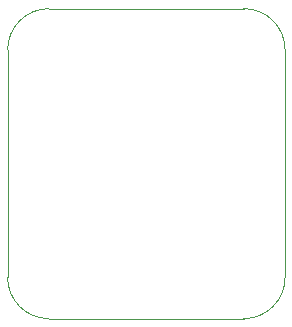
<source format=gm1>
G04 #@! TF.GenerationSoftware,KiCad,Pcbnew,7.0.1*
G04 #@! TF.CreationDate,2023-08-26T15:59:25-05:00*
G04 #@! TF.ProjectId,Single Mosfet Board,53696e67-6c65-4204-9d6f-736665742042,rev?*
G04 #@! TF.SameCoordinates,Original*
G04 #@! TF.FileFunction,Profile,NP*
%FSLAX46Y46*%
G04 Gerber Fmt 4.6, Leading zero omitted, Abs format (unit mm)*
G04 Created by KiCad (PCBNEW 7.0.1) date 2023-08-26 15:59:25*
%MOMM*%
%LPD*%
G01*
G04 APERTURE LIST*
G04 #@! TA.AperFunction,Profile*
%ADD10C,0.100000*%
G04 #@! TD*
G04 APERTURE END LIST*
D10*
X151000000Y-94500000D02*
X151000000Y-75250000D01*
X131000000Y-98000000D02*
X147500000Y-98000000D01*
X127500000Y-75250000D02*
X127500000Y-94500000D01*
X147500000Y-71750000D02*
X131000000Y-71750000D01*
X147500000Y-98000000D02*
G75*
G03*
X151000000Y-94500000I0J3500000D01*
G01*
X131000000Y-71750000D02*
G75*
G03*
X127500000Y-75250000I0J-3500000D01*
G01*
X151000000Y-75250000D02*
G75*
G03*
X147500000Y-71750000I-3500000J0D01*
G01*
X127500000Y-94500000D02*
G75*
G03*
X131000000Y-98000000I3500000J0D01*
G01*
M02*

</source>
